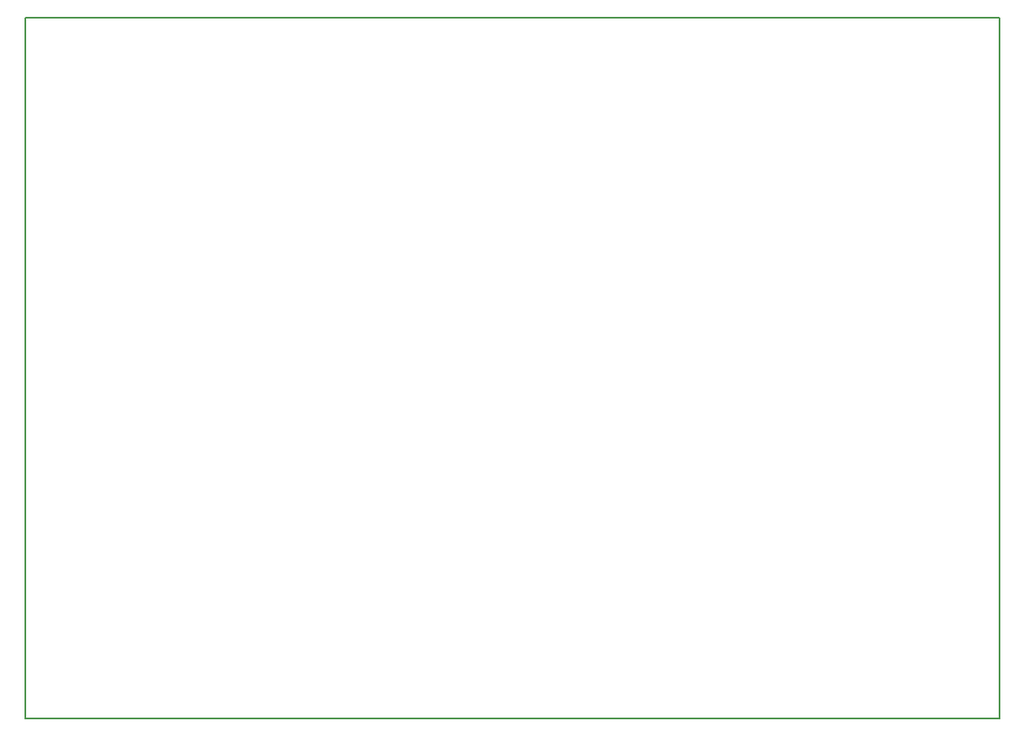
<source format=gbr>
G04 #@! TF.FileFunction,Profile,NP*
%FSLAX46Y46*%
G04 Gerber Fmt 4.6, Leading zero omitted, Abs format (unit mm)*
G04 Created by KiCad (PCBNEW 4.0.6+dfsg1-1) date Sat Nov  4 21:01:42 2017*
%MOMM*%
%LPD*%
G01*
G04 APERTURE LIST*
%ADD10C,0.100000*%
%ADD11C,0.150000*%
G04 APERTURE END LIST*
D10*
D11*
X199771000Y-43942000D02*
X198882000Y-43942000D01*
X199771000Y-114300000D02*
X199771000Y-43942000D01*
X101981000Y-114300000D02*
X199771000Y-114300000D01*
X101981000Y-43942000D02*
X101981000Y-114300000D01*
X198882000Y-43942000D02*
X101981000Y-43942000D01*
M02*

</source>
